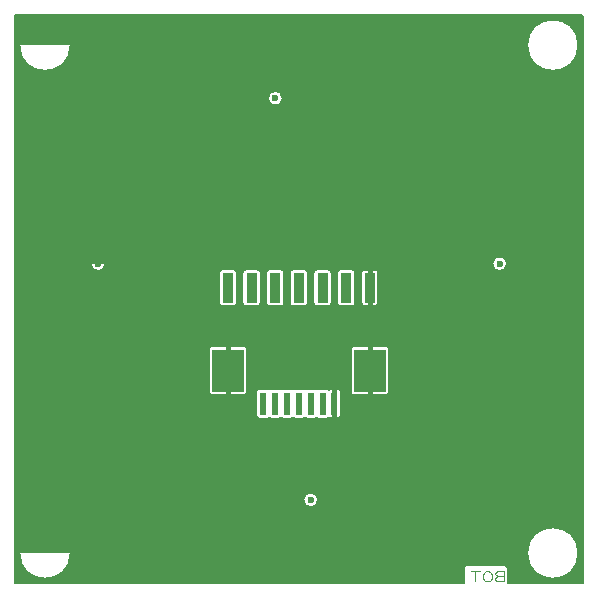
<source format=gbr>
G04 GENERATED BY PULSONIX 7.0 GERBER.DLL 4573*
%INHILLSTAR_30X30_EL_4LAYER_V1_0*%
%LNGERBER_BOTTOM*%
%FSLAX33Y33*%
%IPPOS*%
%LPD*%
%OFA0B0*%
%MOMM*%
%ADD12C,0.150*%
%ADD21C,0.125*%
%ADD105C,0.400*%
%ADD112C,0.600*%
%ADD275R,0.900X2.500*%
%ADD625R,0.600X1.900*%
%ADD626R,2.700X3.600*%
X0Y0D02*
D02*
D12*
X129553Y121006D02*
X130553*
X132553*
X133553*
X145512Y105831*
Y107044D01*
G75*
G02X145791Y107322I279*
G01*
X148953*
G75*
G02X149231Y107044J-278*
G01*
Y105831*
X155553*
G75*
G03X155578Y105856J25*
G01*
Y153856*
G75*
G03X155553Y153881I-25*
G01*
X107553*
G75*
G03X107528Y153856J-25*
G01*
Y105856*
G75*
G03X107553Y105831I25*
G01*
X145512*
X107878Y108356D02*
G75*
G02X112228I2175D01*
G01*
G75*
G02X107878I-2175*
G01*
Y151356D02*
G75*
G02X112228I2175D01*
G01*
G75*
G02X107878I-2175*
G01*
X113928Y132856D02*
G75*
G02X115178I625D01*
G01*
G75*
G02X113928I-625*
G01*
X123928Y122006D02*
Y125606D01*
G75*
G02X124203Y125881I275*
G01*
X126903*
G75*
G02X127178Y125606J-275*
G01*
Y122006*
G75*
G02X126903Y121731I-275*
G01*
X124203*
G75*
G02X123928Y122006J275*
G01*
X124778Y129556D02*
Y132056D01*
G75*
G02X125103Y132381I325*
G01*
X126003*
G75*
G02X126328Y132056J-325*
G01*
Y129556*
G75*
G02X126003Y129231I-325*
G01*
X125103*
G75*
G02X124778Y129556J325*
G01*
X126778D02*
Y132056D01*
G75*
G02X127103Y132381I325*
G01*
X128003*
G75*
G02X128328Y132056J-325*
G01*
Y129556*
G75*
G02X128003Y129231I-325*
G01*
X127103*
G75*
G02X126778Y129556J325*
G01*
X127928Y120056D02*
Y121956D01*
G75*
G02X128253Y122281I325*
G01*
X128853*
G75*
G02X129053Y122212J-325*
G01*
G75*
G02X129253Y122281I200J-256*
G01*
X129853*
G75*
G02X130053Y122212J-325*
G01*
G75*
G02X130253Y122281I200J-256*
G01*
X130853*
G75*
G02X131053Y122212J-325*
G01*
G75*
G02X131253Y122281I200J-256*
G01*
X131853*
G75*
G02X132053Y122212J-325*
G01*
G75*
G02X132253Y122281I200J-256*
G01*
X132853*
G75*
G02X133053Y122212J-325*
G01*
G75*
G02X133253Y122281I200J-256*
G01*
X133853*
G75*
G02X134091Y122178J-325*
G01*
G75*
G02X134253Y122231I162J-221*
G01*
X134853*
G75*
G02X135128Y121956J-275*
G01*
Y120056*
G75*
G02X134853Y119781I-275*
G01*
X134253*
G75*
G02X134091Y119834J274*
G01*
G75*
G02X133853Y119731I-238J222*
G01*
X133253*
G75*
G02X133053Y119800J325*
G01*
G75*
G02X132853Y119731I-200J256*
G01*
X132253*
G75*
G02X132053Y119800J325*
G01*
G75*
G02X131853Y119731I-200J256*
G01*
X131253*
G75*
G02X131053Y119800J325*
G01*
G75*
G02X130853Y119731I-200J256*
G01*
X130253*
G75*
G02X130053Y119800J325*
G01*
G75*
G02X129853Y119731I-200J256*
G01*
X129253*
G75*
G02X129053Y119800J325*
G01*
G75*
G02X128853Y119731I-200J256*
G01*
X128253*
G75*
G02X127928Y120056J325*
G01*
X128778Y129556D02*
Y132056D01*
G75*
G02X129103Y132381I325*
G01*
X130003*
G75*
G02X130328Y132056J-325*
G01*
Y129556*
G75*
G02X130003Y129231I-325*
G01*
X129103*
G75*
G02X128778Y129556J325*
G01*
X128928Y146856D02*
G75*
G02X130178I625D01*
G01*
G75*
G02X128928I-625*
G01*
X130778Y129556D02*
Y132056D01*
G75*
G02X131103Y132381I325*
G01*
X132003*
G75*
G02X132328Y132056J-325*
G01*
Y129556*
G75*
G02X132003Y129231I-325*
G01*
X131103*
G75*
G02X130778Y129556J325*
G01*
X131928Y112856D02*
G75*
G02X133178I625D01*
G01*
G75*
G02X131928I-625*
G01*
X132778Y129556D02*
Y132056D01*
G75*
G02X133103Y132381I325*
G01*
X134003*
G75*
G02X134328Y132056J-325*
G01*
Y129556*
G75*
G02X134003Y129231I-325*
G01*
X133103*
G75*
G02X132778Y129556J325*
G01*
X134778D02*
Y132056D01*
G75*
G02X135103Y132381I325*
G01*
X136003*
G75*
G02X136328Y132056J-325*
G01*
Y129556*
G75*
G02X136003Y129231I-325*
G01*
X135103*
G75*
G02X134778Y129556J325*
G01*
X135928Y122006D02*
Y125606D01*
G75*
G02X136203Y125881I275*
G01*
X138903*
G75*
G02X139178Y125606J-275*
G01*
Y122006*
G75*
G02X138903Y121731I-275*
G01*
X136203*
G75*
G02X135928Y122006J275*
G01*
X136828Y129556D02*
Y132056D01*
G75*
G02X137103Y132331I275*
G01*
X138003*
G75*
G02X138278Y132056J-275*
G01*
Y129556*
G75*
G02X138003Y129281I-275*
G01*
X137103*
G75*
G02X136828Y129556J275*
G01*
X147928Y132856D02*
G75*
G02X149178I625D01*
G01*
G75*
G02X147928I-625*
G01*
X150878Y108356D02*
G75*
G02X155228I2175D01*
G01*
G75*
G02X150878I-2175*
G01*
Y151356D02*
G75*
G02X155228I2175D01*
G01*
G75*
G02X150878I-2175*
G01*
X107528Y108356D02*
G36*
Y105856D01*
G75*
G03X107553Y105831I25*
G01*
X145512*
Y107044*
G75*
G02X145791Y107322I279*
G01*
X148953*
G75*
G02X149231Y107044J-278*
G01*
Y105831*
X155553*
G75*
G03X155578Y105856J25*
G01*
Y108356*
X155228*
G75*
G02X150878I-2175*
G01*
X112228*
G75*
G02X107878I-2175*
G01*
X107528*
G37*
X107878D02*
G36*
G75*
G02X112228I2175D01*
G01*
X150878*
G75*
G02X155228I2175*
G01*
X155578*
Y112856*
X133178*
G75*
G02X131928I-625*
G01*
X107528*
Y108356*
X107878*
G37*
X107528Y151356D02*
G36*
Y146856D01*
X128928*
G75*
G02X130178I625*
G01*
X155578*
Y151356*
X155228*
G75*
G02X150878I-2175*
G01*
X112228*
G75*
G02X107878I-2175*
G01*
X107528*
G37*
X107878D02*
G36*
G75*
G02X112228I2175D01*
G01*
X150878*
G75*
G02X155228I2175*
G01*
X155578*
Y153856*
G75*
G03X155553Y153881I-25*
G01*
X107553*
G75*
G03X107528Y153856J-25*
G01*
Y151356*
X107878*
G37*
X107528Y132856D02*
G36*
Y130806D01*
X124778*
Y132056*
G75*
G02X125103Y132381I325*
G01*
X126003*
G75*
G02X126328Y132056J-325*
G01*
Y130806*
X126778*
Y132056*
G75*
G02X127103Y132381I325*
G01*
X128003*
G75*
G02X128328Y132056J-325*
G01*
Y130806*
X128778*
Y132056*
G75*
G02X129103Y132381I325*
G01*
X130003*
G75*
G02X130328Y132056J-325*
G01*
Y130806*
X130778*
Y132056*
G75*
G02X131103Y132381I325*
G01*
X132003*
G75*
G02X132328Y132056J-325*
G01*
Y130806*
X132778*
Y132056*
G75*
G02X133103Y132381I325*
G01*
X134003*
G75*
G02X134328Y132056J-325*
G01*
Y130806*
X134778*
Y132056*
G75*
G02X135103Y132381I325*
G01*
X136003*
G75*
G02X136328Y132056J-325*
G01*
Y130806*
X136828*
Y132056*
G75*
G02X137103Y132331I275*
G01*
X138003*
G75*
G02X138278Y132056J-275*
G01*
Y130806*
X155578*
Y132856*
X149178*
G75*
G02X147928I-625*
G01*
X115178*
G75*
G02X113928I-625*
G01*
X107528*
G37*
X113928D02*
G36*
G75*
G02X115178I625D01*
G01*
X147928*
G75*
G02X149178I625*
G01*
X155578*
Y146856*
X130178*
G75*
G02X128928I-625*
G01*
X107528*
Y132856*
X113928*
G37*
X107528Y123806D02*
G36*
Y121006D01*
X127928*
Y121956*
G75*
G02X128253Y122281I325*
G01*
X128853*
G75*
G02X129053Y122212J-325*
G01*
G75*
G02X129253Y122281I200J-256*
G01*
X129853*
G75*
G02X130053Y122212J-325*
G01*
G75*
G02X130253Y122281I200J-256*
G01*
X130853*
G75*
G02X131053Y122212J-325*
G01*
G75*
G02X131253Y122281I200J-256*
G01*
X131853*
G75*
G02X132053Y122212J-325*
G01*
G75*
G02X132253Y122281I200J-256*
G01*
X132853*
G75*
G02X133053Y122212J-325*
G01*
G75*
G02X133253Y122281I200J-256*
G01*
X133853*
G75*
G02X134091Y122178J-325*
G01*
G75*
G02X134253Y122231I162J-221*
G01*
X134853*
G75*
G02X135128Y121956J-275*
G01*
Y121006*
X155578*
Y123806*
X139178*
Y122006*
G75*
G02X138903Y121731I-275*
G01*
X136203*
G75*
G02X135928Y122006J275*
G01*
Y123806*
X127178*
Y122006*
G75*
G02X126903Y121731I-275*
G01*
X124203*
G75*
G02X123928Y122006J275*
G01*
Y123806*
X107528*
G37*
X123928D02*
G36*
Y125606D01*
G75*
G02X124203Y125881I275*
G01*
X126903*
G75*
G02X127178Y125606J-275*
G01*
Y123806*
X135928*
Y125606*
G75*
G02X136203Y125881I275*
G01*
X138903*
G75*
G02X139178Y125606J-275*
G01*
Y123806*
X155578*
Y130806*
X138278*
Y129556*
G75*
G02X138003Y129281I-275*
G01*
X137103*
G75*
G02X136828Y129556J275*
G01*
Y130806*
X136328*
Y129556*
G75*
G02X136003Y129231I-325*
G01*
X135103*
G75*
G02X134778Y129556J325*
G01*
Y130806*
X134328*
Y129556*
G75*
G02X134003Y129231I-325*
G01*
X133103*
G75*
G02X132778Y129556J325*
G01*
Y130806*
X132328*
Y129556*
G75*
G02X132003Y129231I-325*
G01*
X131103*
G75*
G02X130778Y129556J325*
G01*
Y130806*
X130328*
Y129556*
G75*
G02X130003Y129231I-325*
G01*
X129103*
G75*
G02X128778Y129556J325*
G01*
Y130806*
X128328*
Y129556*
G75*
G02X128003Y129231I-325*
G01*
X127103*
G75*
G02X126778Y129556J325*
G01*
Y130806*
X126328*
Y129556*
G75*
G02X126003Y129231I-325*
G01*
X125103*
G75*
G02X124778Y129556J325*
G01*
Y130806*
X107528*
Y123806*
X123928*
G37*
X107528Y121006D02*
G36*
Y112856D01*
X131928*
G75*
G02X133178I625*
G01*
X155578*
Y121006*
X135128*
Y120056*
G75*
G02X134853Y119781I-275*
G01*
X134253*
G75*
G02X134091Y119834J274*
G01*
G75*
G02X133853Y119731I-238J222*
G01*
X133253*
G75*
G02X133053Y119800J325*
G01*
G75*
G02X132853Y119731I-200J256*
G01*
X132253*
G75*
G02X132053Y119800J325*
G01*
G75*
G02X131853Y119731I-200J256*
G01*
X131253*
G75*
G02X131053Y119800J325*
G01*
G75*
G02X130853Y119731I-200J256*
G01*
X130253*
G75*
G02X130053Y119800J325*
G01*
G75*
G02X129853Y119731I-200J256*
G01*
X129253*
G75*
G02X129053Y119800J325*
G01*
G75*
G02X128853Y119731I-200J256*
G01*
X128253*
G75*
G02X127928Y120056J325*
G01*
Y121006*
X107528*
G37*
D02*
D21*
X148376Y106393D02*
X148229Y106319D01*
X148155Y106172*
X148229Y106025*
X148376Y105952*
X148891*
Y106834*
X148376*
X148229Y106761*
X148155Y106614*
X148229Y106467*
X148376Y106393*
X148891*
X147878Y106246D02*
X147878Y106540D01*
X147805Y106687*
X147731Y106761*
X147584Y106834*
X147437*
X147290Y106761*
X147216Y106687*
X147143Y106540*
Y106246*
X147216Y106099*
X147290Y106025*
X147437Y105952*
X147584*
X147731Y106025*
X147805Y106099*
X147878Y106246*
X146498Y105952D02*
X146498Y106834D01*
X146866D02*
X146130Y106834D01*
D02*
D105*
X125553Y122206D02*
Y121606D01*
Y125406D02*
Y126006D01*
X134553Y120256D02*
Y119656D01*
Y121756D02*
Y122356D01*
X137553Y122206D02*
Y121606D01*
Y125406D02*
Y126006D01*
Y129756D02*
Y129156D01*
Y131856D02*
Y132456D01*
D02*
D112*
X114553Y132856D03*
X125553Y130106D03*
Y131506D03*
X127553Y130106D03*
Y131506D03*
X128553Y121006D03*
X129553D03*
Y130106D03*
Y131506D03*
Y146856D03*
X130553Y121006D03*
X131553D03*
Y130106D03*
Y131506D03*
X132553Y112856D03*
Y121006D03*
X133553D03*
Y130106D03*
Y131506D03*
X135553Y130106D03*
Y131506D03*
X137553Y130106D03*
X148553Y132856D03*
D02*
D275*
X125553Y130806D03*
X127553D03*
X129553D03*
X131553D03*
X133553D03*
X135553D03*
X137553D03*
D02*
D625*
X128553Y121006D03*
X129553D03*
X130553D03*
X131553D03*
X132553D03*
X133553D03*
X134553D03*
D02*
D626*
X125553Y123806D03*
X137553D03*
X0Y0D02*
M02*

</source>
